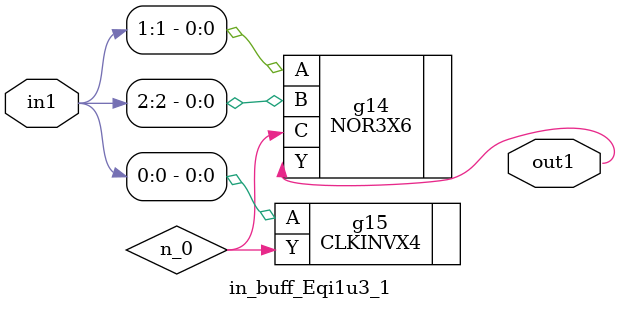
<source format=v>
`timescale 1ps / 1ps


module in_buff_Eqi1u3_1(in1, out1);
  input [2:0] in1;
  output out1;
  wire [2:0] in1;
  wire out1;
  wire n_0;
  NOR3X6 g14(.A (in1[1]), .B (in1[2]), .C (n_0), .Y (out1));
  CLKINVX4 g15(.A (in1[0]), .Y (n_0));
endmodule



</source>
